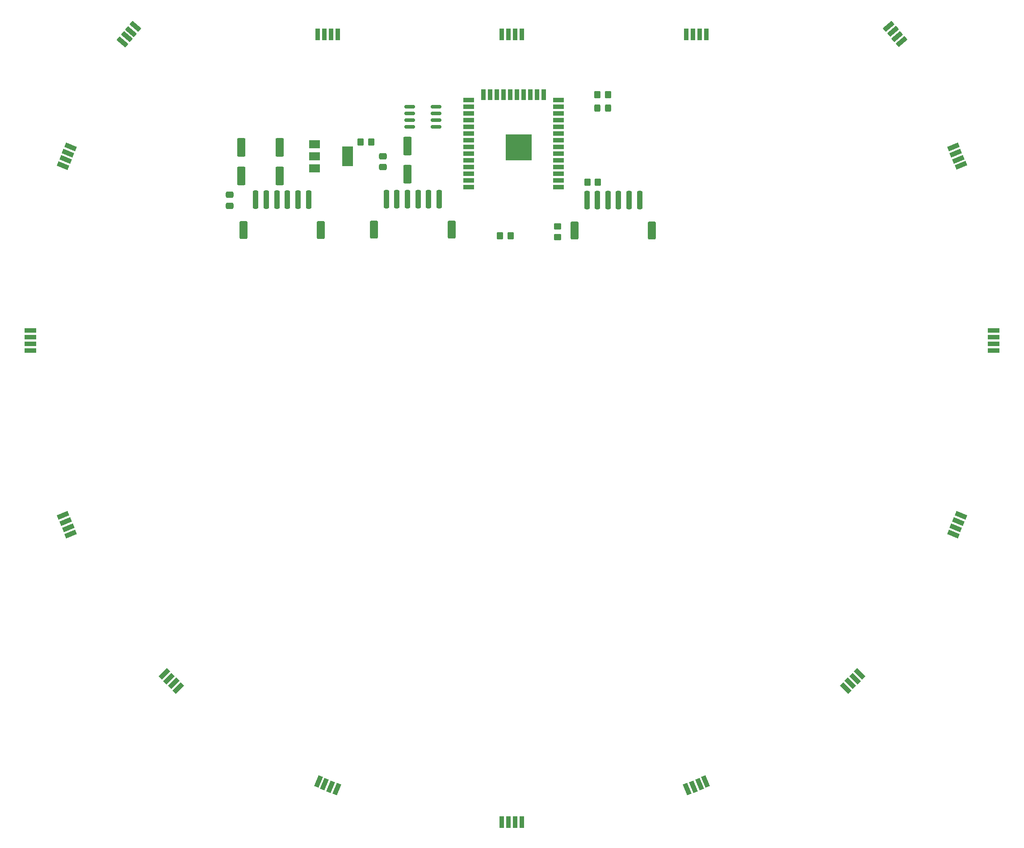
<source format=gtp>
G04 #@! TF.GenerationSoftware,KiCad,Pcbnew,6.0.2-378541a8eb~116~ubuntu20.04.1*
G04 #@! TF.CreationDate,2023-01-27T16:27:25+01:00*
G04 #@! TF.ProjectId,BUCKY_IR,4255434b-595f-4495-922e-6b696361645f,rev?*
G04 #@! TF.SameCoordinates,Original*
G04 #@! TF.FileFunction,Paste,Top*
G04 #@! TF.FilePolarity,Positive*
%FSLAX46Y46*%
G04 Gerber Fmt 4.6, Leading zero omitted, Abs format (unit mm)*
G04 Created by KiCad (PCBNEW 6.0.2-378541a8eb~116~ubuntu20.04.1) date 2023-01-27 16:27:25*
%MOMM*%
%LPD*%
G01*
G04 APERTURE LIST*
G04 Aperture macros list*
%AMRoundRect*
0 Rectangle with rounded corners*
0 $1 Rounding radius*
0 $2 $3 $4 $5 $6 $7 $8 $9 X,Y pos of 4 corners*
0 Add a 4 corners polygon primitive as box body*
4,1,4,$2,$3,$4,$5,$6,$7,$8,$9,$2,$3,0*
0 Add four circle primitives for the rounded corners*
1,1,$1+$1,$2,$3*
1,1,$1+$1,$4,$5*
1,1,$1+$1,$6,$7*
1,1,$1+$1,$8,$9*
0 Add four rect primitives between the rounded corners*
20,1,$1+$1,$2,$3,$4,$5,0*
20,1,$1+$1,$4,$5,$6,$7,0*
20,1,$1+$1,$6,$7,$8,$9,0*
20,1,$1+$1,$8,$9,$2,$3,0*%
%AMRotRect*
0 Rectangle, with rotation*
0 The origin of the aperture is its center*
0 $1 length*
0 $2 width*
0 $3 Rotation angle, in degrees counterclockwise*
0 Add horizontal line*
21,1,$1,$2,0,0,$3*%
G04 Aperture macros list end*
%ADD10RotRect,0.900000X2.200000X67.500000*%
%ADD11RoundRect,0.250000X-0.250000X-1.500000X0.250000X-1.500000X0.250000X1.500000X-0.250000X1.500000X0*%
%ADD12RoundRect,0.250001X-0.499999X-1.449999X0.499999X-1.449999X0.499999X1.449999X-0.499999X1.449999X0*%
%ADD13RotRect,0.900000X2.200000X315.000000*%
%ADD14RoundRect,0.250000X-0.350000X-0.450000X0.350000X-0.450000X0.350000X0.450000X-0.350000X0.450000X0*%
%ADD15RotRect,0.900000X2.200000X230.000000*%
%ADD16R,0.900000X2.200000*%
%ADD17RoundRect,0.250000X0.550000X-1.500000X0.550000X1.500000X-0.550000X1.500000X-0.550000X-1.500000X0*%
%ADD18RotRect,0.900000X2.200000X292.500000*%
%ADD19RoundRect,0.250000X0.350000X0.450000X-0.350000X0.450000X-0.350000X-0.450000X0.350000X-0.450000X0*%
%ADD20RotRect,0.900000X2.200000X45.000000*%
%ADD21R,2.200000X0.900000*%
%ADD22RoundRect,0.250000X-0.475000X0.337500X-0.475000X-0.337500X0.475000X-0.337500X0.475000X0.337500X0*%
%ADD23R,2.000000X0.900000*%
%ADD24R,0.900000X2.000000*%
%ADD25R,5.000000X5.000000*%
%ADD26RoundRect,0.250000X-0.450000X0.350000X-0.450000X-0.350000X0.450000X-0.350000X0.450000X0.350000X0*%
%ADD27RoundRect,0.150000X0.825000X0.150000X-0.825000X0.150000X-0.825000X-0.150000X0.825000X-0.150000X0*%
%ADD28RotRect,0.900000X2.200000X130.000000*%
%ADD29RotRect,0.900000X2.200000X247.500000*%
%ADD30RoundRect,0.250000X-0.325000X-0.450000X0.325000X-0.450000X0.325000X0.450000X-0.325000X0.450000X0*%
%ADD31RotRect,0.900000X2.200000X337.500000*%
%ADD32R,2.000000X1.500000*%
%ADD33R,2.000000X3.800000*%
%ADD34RotRect,0.900000X2.200000X22.500000*%
%ADD35RotRect,0.900000X2.200000X112.500000*%
G04 APERTURE END LIST*
D10*
X205423102Y-118194368D03*
X205909110Y-117021041D03*
X206395118Y-115847714D03*
X206881126Y-114674387D03*
D11*
X136000000Y-54850000D03*
X138000000Y-54850000D03*
X140000000Y-54850000D03*
X142000000Y-54850000D03*
X144000000Y-54850000D03*
X146000000Y-54850000D03*
D12*
X148350000Y-60600000D03*
X133650000Y-60600000D03*
D13*
X55897648Y-144715346D03*
X56795674Y-145613372D03*
X57693699Y-146511397D03*
X58591725Y-147409423D03*
D14*
X93100000Y-43900000D03*
X95100000Y-43900000D03*
D15*
X50424832Y-21965434D03*
X49608492Y-22938310D03*
X48792152Y-23911186D03*
X47975812Y-24884063D03*
D16*
X88761003Y-23500000D03*
X87491003Y-23500000D03*
X86221003Y-23500000D03*
X84951003Y-23500000D03*
X158638997Y-23500000D03*
X157368997Y-23500000D03*
X156098997Y-23500000D03*
X154828997Y-23500000D03*
D17*
X70500000Y-50300000D03*
X70500000Y-44900000D03*
D18*
X36722700Y-114683626D03*
X37208708Y-115856953D03*
X37694716Y-117030280D03*
X38180724Y-118203607D03*
D19*
X121550000Y-61650000D03*
X119550000Y-61650000D03*
X138100000Y-51500000D03*
X136100000Y-51500000D03*
D16*
X119900000Y-172800000D03*
X121170000Y-172800000D03*
X122440000Y-172800000D03*
X123710000Y-172800000D03*
D20*
X185015346Y-147402352D03*
X185913372Y-146504326D03*
X186811397Y-145606301D03*
X187709423Y-144708275D03*
D17*
X77800000Y-50300000D03*
X77800000Y-44900000D03*
D14*
X138000000Y-34900000D03*
X140000000Y-34900000D03*
D21*
X30500000Y-79600000D03*
X30500000Y-80870000D03*
X30500000Y-82140000D03*
X30500000Y-83410000D03*
D22*
X97300000Y-46562500D03*
X97300000Y-48637500D03*
D23*
X130600000Y-52400000D03*
X130600000Y-51130000D03*
X130600000Y-49860000D03*
X130600000Y-48590000D03*
X130600000Y-47320000D03*
X130600000Y-46050000D03*
X130600000Y-44780000D03*
X130600000Y-43510000D03*
X130600000Y-42240000D03*
X130600000Y-40970000D03*
X130600000Y-39700000D03*
X130600000Y-38430000D03*
X130600000Y-37160000D03*
X130600000Y-35890000D03*
D24*
X127815000Y-34890000D03*
X126545000Y-34890000D03*
X125275000Y-34890000D03*
X124005000Y-34890000D03*
X122735000Y-34890000D03*
X121465000Y-34890000D03*
X120195000Y-34890000D03*
X118925000Y-34890000D03*
X117655000Y-34890000D03*
X116385000Y-34890000D03*
D23*
X113600000Y-35890000D03*
X113600000Y-37160000D03*
X113600000Y-38430000D03*
X113600000Y-39700000D03*
X113600000Y-40970000D03*
X113600000Y-42240000D03*
X113600000Y-43510000D03*
X113600000Y-44780000D03*
X113600000Y-46050000D03*
X113600000Y-47320000D03*
X113600000Y-48590000D03*
X113600000Y-49860000D03*
X113600000Y-51130000D03*
X113600000Y-52400000D03*
D25*
X123100000Y-44900000D03*
D16*
X123700000Y-23500000D03*
X122430000Y-23500000D03*
X121160000Y-23500000D03*
X119890000Y-23500000D03*
D26*
X130450000Y-59900000D03*
X130450000Y-61900000D03*
D27*
X107375000Y-41005000D03*
X107375000Y-39735000D03*
X107375000Y-38465000D03*
X107375000Y-37195000D03*
X102425000Y-37195000D03*
X102425000Y-38465000D03*
X102425000Y-39735000D03*
X102425000Y-41005000D03*
D28*
X195621296Y-24855484D03*
X194804956Y-23882608D03*
X193988616Y-22909732D03*
X193172276Y-21936855D03*
D22*
X68300000Y-53862500D03*
X68300000Y-55937500D03*
D29*
X38176898Y-44805632D03*
X37690890Y-45978959D03*
X37204882Y-47152286D03*
X36718874Y-48325613D03*
D30*
X137975000Y-37400000D03*
X140025000Y-37400000D03*
D17*
X102000000Y-50000000D03*
X102000000Y-44600000D03*
D31*
X85105632Y-165123102D03*
X86278959Y-165609110D03*
X87452286Y-166095118D03*
X88625613Y-166581126D03*
D32*
X84350000Y-44300000D03*
D33*
X90650000Y-46600000D03*
D32*
X84350000Y-46600000D03*
X84350000Y-48900000D03*
D11*
X73245000Y-54780000D03*
X75245000Y-54780000D03*
X77245000Y-54780000D03*
X79245000Y-54780000D03*
X81245000Y-54780000D03*
X83245000Y-54780000D03*
D12*
X85595000Y-60530000D03*
X70895000Y-60530000D03*
D21*
X213100000Y-83400000D03*
X213100000Y-82130000D03*
X213100000Y-80860000D03*
X213100000Y-79590000D03*
D34*
X154983626Y-166577300D03*
X156156953Y-166091292D03*
X157330280Y-165605284D03*
X158503607Y-165119276D03*
D11*
X98000000Y-54750000D03*
X100000000Y-54750000D03*
X102000000Y-54750000D03*
X104000000Y-54750000D03*
X106000000Y-54750000D03*
X108000000Y-54750000D03*
D12*
X95650000Y-60500000D03*
X110350000Y-60500000D03*
D35*
X206877300Y-48316374D03*
X206391292Y-47143047D03*
X205905284Y-45969720D03*
X205419276Y-44796393D03*
M02*

</source>
